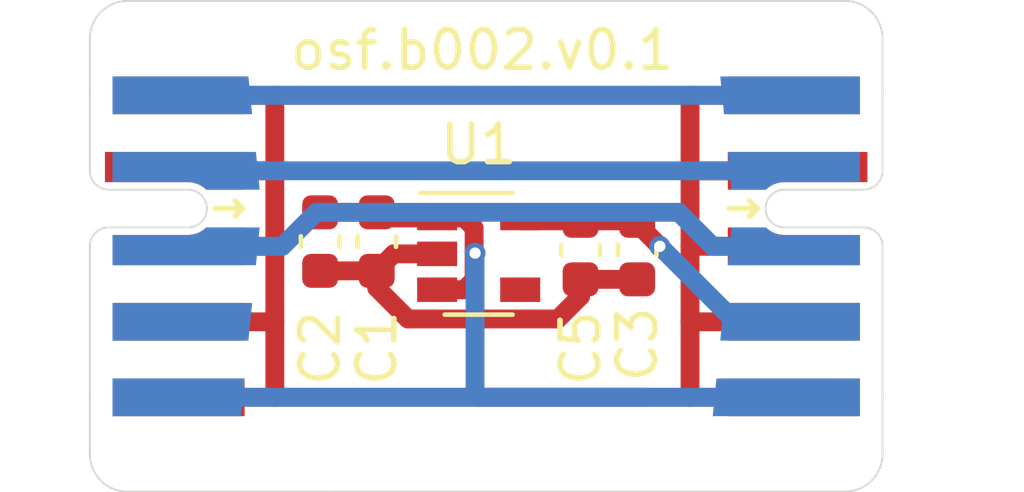
<source format=kicad_pcb>
(kicad_pcb (version 20171130) (host pcbnew "(5.1.10)-1")

  (general
    (thickness 1.6)
    (drawings 13)
    (tracks 60)
    (zones 0)
    (modules 7)
    (nets 8)
  )

  (page A4)
  (layers
    (0 F.Cu signal)
    (1 In1.Cu signal)
    (2 In2.Cu signal)
    (31 B.Cu signal)
    (32 B.Adhes user)
    (33 F.Adhes user)
    (34 B.Paste user)
    (35 F.Paste user)
    (36 B.SilkS user)
    (37 F.SilkS user)
    (38 B.Mask user)
    (39 F.Mask user)
    (40 Dwgs.User user)
    (41 Cmts.User user)
    (42 Eco1.User user)
    (43 Eco2.User user)
    (44 Edge.Cuts user)
    (45 Margin user)
    (46 B.CrtYd user)
    (47 F.CrtYd user)
    (48 B.Fab user)
    (49 F.Fab user)
  )

  (setup
    (last_trace_width 0.5)
    (user_trace_width 0.2)
    (user_trace_width 0.3)
    (user_trace_width 0.4)
    (user_trace_width 0.5)
    (user_trace_width 1)
    (user_trace_width 2)
    (user_trace_width 4)
    (user_trace_width 5)
    (user_trace_width 6)
    (user_trace_width 7)
    (trace_clearance 0.2)
    (zone_clearance 0.25)
    (zone_45_only no)
    (trace_min 0.15)
    (via_size 0.55)
    (via_drill 0.3)
    (via_min_size 0.45)
    (via_min_drill 0.2)
    (uvia_size 0.3)
    (uvia_drill 0.1)
    (uvias_allowed no)
    (uvia_min_size 0.2)
    (uvia_min_drill 0.1)
    (edge_width 0.05)
    (segment_width 0.2)
    (pcb_text_width 0.3)
    (pcb_text_size 1.5 1.5)
    (mod_edge_width 0.12)
    (mod_text_size 1 1)
    (mod_text_width 0.15)
    (pad_size 1.524 1.524)
    (pad_drill 0.762)
    (pad_to_mask_clearance 0.04)
    (solder_mask_min_width 0.1)
    (aux_axis_origin 0 0)
    (visible_elements 7FFFFFFF)
    (pcbplotparams
      (layerselection 0x010fc_ffffffff)
      (usegerberextensions false)
      (usegerberattributes false)
      (usegerberadvancedattributes false)
      (creategerberjobfile false)
      (excludeedgelayer true)
      (linewidth 0.100000)
      (plotframeref false)
      (viasonmask false)
      (mode 1)
      (useauxorigin false)
      (hpglpennumber 1)
      (hpglpenspeed 20)
      (hpglpendiameter 15.000000)
      (psnegative false)
      (psa4output false)
      (plotreference true)
      (plotvalue true)
      (plotinvisibletext false)
      (padsonsilk false)
      (subtractmaskfromsilk true)
      (outputformat 1)
      (mirror false)
      (drillshape 0)
      (scaleselection 1)
      (outputdirectory "gerber"))
  )

  (net 0 "")
  (net 1 "Net-(J1-Pad1)")
  (net 2 "Net-(J1-Pad6)")
  (net 3 "Net-(J1-Pad8)")
  (net 4 "Net-(J1-Pad7)")
  (net 5 "Net-(C3-Pad1)")
  (net 6 "Net-(C1-Pad1)")
  (net 7 GND)

  (net_class Default "This is the default net class."
    (clearance 0.2)
    (trace_width 0.2)
    (via_dia 0.55)
    (via_drill 0.3)
    (uvia_dia 0.3)
    (uvia_drill 0.1)
    (add_net GND)
    (add_net "Net-(C1-Pad1)")
    (add_net "Net-(C3-Pad1)")
    (add_net "Net-(J1-Pad1)")
    (add_net "Net-(J1-Pad6)")
    (add_net "Net-(J1-Pad7)")
    (add_net "Net-(J1-Pad8)")
    (add_net "Net-(J1-Pad9)")
    (add_net "Net-(U1-Pad4)")
  )

  (module on_edge:on_edge_2x05_host (layer F.Cu) (tedit 607DF692) (tstamp 60BC1CBA)
    (at 51 153.5 270)
    (path /60BC21C1)
    (attr virtual)
    (fp_text reference J2 (at 0.05 -3.2 180 unlocked) (layer F.Fab)
      (effects (font (size 0.5 0.5) (thickness 0.125)))
    )
    (fp_text value 003_power (at -1.2 -2 90) (layer F.Fab)
      (effects (font (size 1 1) (thickness 0.15)))
    )
    (fp_arc (start 0 0.5) (end 0 0) (angle -90) (layer Edge.Cuts) (width 0.05))
    (fp_arc (start -2 0.5) (end -1.5 0.5) (angle -90) (layer Edge.Cuts) (width 0.05))
    (fp_arc (start -1 2.6) (end -1.5 2.6) (angle -180) (layer Edge.Cuts) (width 0.05))
    (fp_line (start 5 -0.5) (end 5 5) (layer B.CrtYd) (width 0.05))
    (fp_line (start -5 -0.5) (end 5 -0.5) (layer B.CrtYd) (width 0.05))
    (fp_line (start -5 5) (end -5 -0.5) (layer B.CrtYd) (width 0.05))
    (fp_line (start 5 5) (end -5 5) (layer B.CrtYd) (width 0.05))
    (fp_line (start -5 -0.5) (end -5 5) (layer F.CrtYd) (width 0.05))
    (fp_line (start 5 -0.5) (end -5 -0.5) (layer F.CrtYd) (width 0.05))
    (fp_line (start 5 5) (end 5 -0.5) (layer F.CrtYd) (width 0.05))
    (fp_line (start -5 5) (end 5 5) (layer F.CrtYd) (width 0.05))
    (fp_line (start 0 0) (end 4 0) (layer Edge.Cuts) (width 0.05))
    (fp_line (start -4 0) (end -2 0) (layer Edge.Cuts) (width 0.05))
    (fp_line (start -0.5 2.6) (end -0.5 0.5) (layer Edge.Cuts) (width 0.05))
    (fp_line (start -1.5 0.5) (end -1.5 2.6) (layer Edge.Cuts) (width 0.05))
    (fp_line (start -1 3.323) (end -1.2 3.523) (layer F.SilkS) (width 0.153))
    (fp_line (start -0.8 3.523) (end -1 3.323) (layer F.SilkS) (width 0.153))
    (fp_line (start -1 4.05) (end -1 3.323) (layer F.SilkS) (width 0.153))
    (pad 2 smd custom (at -2 3.6 270) (size 1 1) (layers F.Cu F.Mask)
      (net 1 "Net-(J1-Pad1)") (zone_connect 0)
      (options (clearance outline) (anchor rect))
      (primitives
        (gr_poly (pts
           (xy 0.3 -0.99) (xy 0.31 -0.88) (xy 0.33 -0.8) (xy 0.35 -0.74) (xy 0.37 -0.69)
           (xy 0.4 -0.64) (xy 0.44 -0.58) (xy 0.48 -0.53) (xy 0.5 -0.51) (xy 0.5 0.5)
           (xy -0.5 0.5) (xy -0.5 -3.2) (xy 0.3 -3.2)) (width 0))
      ))
    (pad 3 smd custom (at 0 3.6 270) (size 1 1) (layers F.Cu F.Mask)
      (net 1 "Net-(J1-Pad1)") (zone_connect 0)
      (options (clearance outline) (anchor rect))
      (primitives
        (gr_poly (pts
           (xy -0.3 -0.99) (xy -0.31 -0.88) (xy -0.33 -0.8) (xy -0.35 -0.74) (xy -0.37 -0.69)
           (xy -0.4 -0.64) (xy -0.44 -0.58) (xy -0.48 -0.53) (xy -0.5 -0.51) (xy -0.5 0.5)
           (xy 0.5 0.5) (xy 0.5 -3) (xy -0.3 -3)) (width 0))
      ))
    (pad 8 smd custom (at 0 2.1 90) (size 0.4 0.4) (layers B.Cu B.Mask)
      (net 3 "Net-(J1-Pad8)") (zone_connect 0)
      (options (clearance outline) (anchor rect))
      (primitives
        (gr_poly (pts
           (xy 0.3 -0.51) (xy 0.31 -0.62) (xy 0.33 -0.7) (xy 0.35 -0.76) (xy 0.37 -0.81)
           (xy 0.4 -0.86) (xy 0.44 -0.92) (xy 0.48 -0.97) (xy 0.5 -0.99) (xy 0.5 -1.9)
           (xy -0.5 -2) (xy -0.5 1.5) (xy 0.3 1.5)) (width 0))
      ))
    (pad 7 smd custom (at -2 2.1 90) (size 0.4 0.4) (layers B.Cu B.Mask)
      (net 4 "Net-(J1-Pad7)") (zone_connect 0)
      (options (clearance outline) (anchor rect))
      (primitives
        (gr_poly (pts
           (xy -0.3 -0.51) (xy -0.31 -0.62) (xy -0.33 -0.7) (xy -0.35 -0.76) (xy -0.37 -0.81)
           (xy -0.4 -0.86) (xy -0.44 -0.92) (xy -0.48 -0.97) (xy -0.5 -0.99) (xy -0.5 -1.9)
           (xy 0.5 -2) (xy 0.5 1.5) (xy -0.3 1.5)) (width 0))
      ))
    (pad 4 smd rect (at 2 2.35 270) (size 1 3.5) (layers F.Cu F.Mask)
      (net 1 "Net-(J1-Pad1)") (zone_connect 0))
    (pad 10 smd custom (at 4 2.5 90) (size 1 3.8) (layers B.Cu B.Mask)
      (net 6 "Net-(C1-Pad1)") (zone_connect 0)
      (options (clearance outline) (anchor rect))
      (primitives
        (gr_poly (pts
           (xy 0.5 -1.9) (xy -0.5 -2) (xy -0.5 -1.9)) (width 0))
      ))
    (pad 9 smd custom (at 2 2.4 90) (size 1 3.6) (layers B.Cu B.Mask)
      (net 5 "Net-(C3-Pad1)") (zone_connect 0)
      (options (clearance outline) (anchor rect))
      (primitives
        (gr_poly (pts
           (xy 0.5 -1.8) (xy -0.5 -1.9) (xy -0.5 -1.8)) (width 0))
      ))
    (pad 6 smd custom (at -4 2.4 90) (size 1 3.6) (layers B.Cu B.Mask)
      (net 2 "Net-(J1-Pad6)") (zone_connect 0)
      (options (clearance outline) (anchor rect))
      (primitives
        (gr_poly (pts
           (xy 0.5 -1.8) (xy 0.5 -1.9) (xy -0.5 -1.8)) (width 0))
      ))
    (pad 5 smd rect (at 4 2.35 270) (size 1 3.5) (layers F.Cu F.Mask)
      (net 1 "Net-(J1-Pad1)") (zone_connect 0))
    (pad 1 smd rect (at -4 2.35 270) (size 1 3.5) (layers F.Cu F.Mask)
      (net 1 "Net-(J1-Pad1)") (zone_connect 0))
  )

  (module on_edge:on_edge_2x05_device (layer F.Cu) (tedit 607DF540) (tstamp 60BC1C9A)
    (at 30 153.5 270)
    (path /60BC2B51)
    (attr virtual)
    (fp_text reference J1 (at 0 1.2 270 unlocked) (layer F.Fab)
      (effects (font (size 0.5 0.5) (thickness 0.05)))
    )
    (fp_text value 003_power (at 0 2 270 unlocked) (layer F.Fab)
      (effects (font (size 0.5 0.5) (thickness 0.05)))
    )
    (fp_arc (start -2 -0.5) (end -2 0) (angle -90) (layer Edge.Cuts) (width 0.05))
    (fp_arc (start 0 -0.5) (end -0.5 -0.5) (angle -90) (layer Edge.Cuts) (width 0.05))
    (fp_arc (start -1 -2.6) (end -0.5 -2.6) (angle -180) (layer Edge.Cuts) (width 0.05))
    (fp_line (start -1.5 -2.6) (end -1.5 -0.5) (layer Edge.Cuts) (width 0.05))
    (fp_line (start -0.5 -0.5) (end -0.5 -2.6) (layer Edge.Cuts) (width 0.05))
    (fp_line (start -1.2 -3.85) (end -1 -4.05) (layer F.SilkS) (width 0.153))
    (fp_line (start -1 -4.05) (end -0.8 -3.85) (layer F.SilkS) (width 0.153))
    (fp_line (start -1 -4.05) (end -1 -3.323) (layer F.SilkS) (width 0.153))
    (fp_line (start -4 0) (end -2 0) (layer Edge.Cuts) (width 0.05))
    (fp_line (start 0 0) (end 4 0) (layer Edge.Cuts) (width 0.05))
    (fp_line (start -5 -5) (end 5 -5) (layer F.CrtYd) (width 0.05))
    (fp_line (start 5 -5) (end 5 0.5) (layer F.CrtYd) (width 0.05))
    (fp_line (start 5 0.5) (end -5 0.5) (layer F.CrtYd) (width 0.05))
    (fp_line (start -5 0.5) (end -5 -5) (layer F.CrtYd) (width 0.05))
    (fp_line (start 5 -5) (end -5 -5) (layer B.CrtYd) (width 0.05))
    (fp_line (start -5 -5) (end -5 0.5) (layer B.CrtYd) (width 0.05))
    (fp_line (start -5 0.5) (end 5 0.5) (layer B.CrtYd) (width 0.05))
    (fp_line (start 5 0.5) (end 5 -5) (layer B.CrtYd) (width 0.05))
    (pad 2 smd custom (at -2 -3.6 270) (size 1 1) (layers F.Cu F.Mask)
      (net 1 "Net-(J1-Pad1)") (zone_connect 0)
      (options (clearance outline) (anchor rect))
      (primitives
        (gr_poly (pts
           (xy 0.3 1) (xy 0.31 0.89) (xy 0.33 0.81) (xy 0.35 0.75) (xy 0.37 0.7)
           (xy 0.4 0.65) (xy 0.44 0.59) (xy 0.48 0.54) (xy 0.5 0.52) (xy 0.5 -0.5)
           (xy -0.5 -0.5) (xy -0.5 3.2) (xy 0.3 3.2)) (width 0))
      ))
    (pad 3 smd custom (at 0 -3.6 270) (size 1 1) (layers F.Cu F.Mask)
      (net 1 "Net-(J1-Pad1)") (zone_connect 0)
      (options (clearance outline) (anchor rect))
      (primitives
        (gr_poly (pts
           (xy -0.3 1) (xy -0.31 0.89) (xy -0.33 0.81) (xy -0.35 0.75) (xy -0.37 0.7)
           (xy -0.4 0.65) (xy -0.44 0.59) (xy -0.48 0.54) (xy -0.5 0.52) (xy -0.5 -0.5)
           (xy 0.5 -0.5) (xy 0.5 3) (xy -0.3 3)) (width 0))
      ))
    (pad 8 smd custom (at 0 -2.1 270) (size 0.4 0.4) (layers B.Cu B.Mask)
      (net 3 "Net-(J1-Pad8)") (zone_connect 0)
      (options (clearance outline) (anchor rect))
      (primitives
        (gr_poly (pts
           (xy -0.3 -0.51) (xy -0.31 -0.62) (xy -0.33 -0.7) (xy -0.35 -0.76) (xy -0.37 -0.81)
           (xy -0.4 -0.86) (xy -0.44 -0.92) (xy -0.48 -0.97) (xy -0.5 -0.99) (xy -0.5 -2.4)
           (xy 0.5 -2.3) (xy 0.5 1.5) (xy -0.3 1.5)) (width 0))
      ))
    (pad 7 smd custom (at -2 -2.1 270) (size 0.4 0.4) (layers B.Cu B.Mask)
      (net 4 "Net-(J1-Pad7)") (zone_connect 0)
      (options (clearance outline) (anchor rect))
      (primitives
        (gr_poly (pts
           (xy 0.3 -0.51) (xy 0.31 -0.62) (xy 0.33 -0.7) (xy 0.35 -0.76) (xy 0.37 -0.81)
           (xy 0.4 -0.86) (xy 0.44 -0.92) (xy 0.48 -0.97) (xy 0.5 -0.99) (xy 0.5 -2.4)
           (xy -0.5 -2.3) (xy -0.5 1.5) (xy 0.3 1.5)) (width 0))
      ))
    (pad 10 smd custom (at 4 -2.3 270) (size 1 3.4) (layers B.Cu B.Mask)
      (net 6 "Net-(C1-Pad1)") (zone_connect 0)
      (options (clearance outline) (anchor rect))
      (primitives
        (gr_poly (pts
           (xy -0.5 -1.7) (xy -0.5 -1.8) (xy 0.5 -1.7)) (width 0))
      ))
    (pad 9 smd custom (at 2 -2.4 270) (size 1 3.6) (layers B.Cu B.Mask)
      (zone_connect 0)
      (options (clearance outline) (anchor rect))
      (primitives
        (gr_poly (pts
           (xy -0.5 -1.8) (xy -0.5 -1.9) (xy 0.5 -1.8)) (width 0))
      ))
    (pad 6 smd custom (at -4 -2.4 270) (size 1 3.6) (layers B.Cu B.Mask)
      (net 2 "Net-(J1-Pad6)") (zone_connect 0)
      (options (clearance outline) (anchor rect))
      (primitives
        (gr_poly (pts
           (xy 0.5 -1.8) (xy 0.5 -1.9) (xy -0.5 -1.8)) (width 0))
      ))
    (pad 5 smd rect (at 4 -2.35 90) (size 1 3.5) (layers F.Cu F.Mask)
      (net 1 "Net-(J1-Pad1)") (zone_connect 0))
    (pad 1 smd rect (at -4 -2.35 90) (size 1 3.5) (layers F.Cu F.Mask)
      (net 1 "Net-(J1-Pad1)") (zone_connect 0))
    (pad 4 smd rect (at 2 -2.35 90) (size 1 3.5) (layers F.Cu F.Mask)
      (net 1 "Net-(J1-Pad1)") (zone_connect 0))
  )

  (module Capacitor_SMD:C_0603_1608Metric (layer F.Cu) (tedit 5F68FEEE) (tstamp 60BC1C7A)
    (at 43 153.6 270)
    (descr "Capacitor SMD 0603 (1608 Metric), square (rectangular) end terminal, IPC_7351 nominal, (Body size source: IPC-SM-782 page 76, https://www.pcb-3d.com/wordpress/wp-content/uploads/ipc-sm-782a_amendment_1_and_2.pdf), generated with kicad-footprint-generator")
    (tags capacitor)
    (path /60BCD992)
    (attr smd)
    (fp_text reference C5 (at 2.6 0 90) (layer F.SilkS)
      (effects (font (size 1 1) (thickness 0.15)))
    )
    (fp_text value 1uF (at 0 1.43 90) (layer F.Fab)
      (effects (font (size 1 1) (thickness 0.15)))
    )
    (fp_text user %R (at 0 0 90) (layer F.Fab)
      (effects (font (size 0.4 0.4) (thickness 0.06)))
    )
    (fp_line (start -0.8 0.4) (end -0.8 -0.4) (layer F.Fab) (width 0.1))
    (fp_line (start -0.8 -0.4) (end 0.8 -0.4) (layer F.Fab) (width 0.1))
    (fp_line (start 0.8 -0.4) (end 0.8 0.4) (layer F.Fab) (width 0.1))
    (fp_line (start 0.8 0.4) (end -0.8 0.4) (layer F.Fab) (width 0.1))
    (fp_line (start -0.14058 -0.51) (end 0.14058 -0.51) (layer F.SilkS) (width 0.12))
    (fp_line (start -0.14058 0.51) (end 0.14058 0.51) (layer F.SilkS) (width 0.12))
    (fp_line (start -1.48 0.73) (end -1.48 -0.73) (layer F.CrtYd) (width 0.05))
    (fp_line (start -1.48 -0.73) (end 1.48 -0.73) (layer F.CrtYd) (width 0.05))
    (fp_line (start 1.48 -0.73) (end 1.48 0.73) (layer F.CrtYd) (width 0.05))
    (fp_line (start 1.48 0.73) (end -1.48 0.73) (layer F.CrtYd) (width 0.05))
    (pad 2 smd roundrect (at 0.775 0 270) (size 0.9 0.95) (layers F.Cu F.Paste F.Mask) (roundrect_rratio 0.25)
      (net 7 GND))
    (pad 1 smd roundrect (at -0.775 0 270) (size 0.9 0.95) (layers F.Cu F.Paste F.Mask) (roundrect_rratio 0.25)
      (net 5 "Net-(C3-Pad1)"))
    (model ${KISYS3DMOD}/Capacitor_SMD.3dshapes/C_0603_1608Metric.wrl
      (at (xyz 0 0 0))
      (scale (xyz 1 1 1))
      (rotate (xyz 0 0 0))
    )
  )

  (module Capacitor_SMD:C_0603_1608Metric (layer F.Cu) (tedit 5F68FEEE) (tstamp 60BC1C58)
    (at 44.5 153.6 270)
    (descr "Capacitor SMD 0603 (1608 Metric), square (rectangular) end terminal, IPC_7351 nominal, (Body size source: IPC-SM-782 page 76, https://www.pcb-3d.com/wordpress/wp-content/uploads/ipc-sm-782a_amendment_1_and_2.pdf), generated with kicad-footprint-generator")
    (tags capacitor)
    (path /60BC7E7F)
    (attr smd)
    (fp_text reference C3 (at 2.5 0 90) (layer F.SilkS)
      (effects (font (size 1 1) (thickness 0.15)))
    )
    (fp_text value 10uF (at 0 1.43 90) (layer F.Fab)
      (effects (font (size 1 1) (thickness 0.15)))
    )
    (fp_text user %R (at 0 0 90) (layer F.Fab)
      (effects (font (size 0.4 0.4) (thickness 0.06)))
    )
    (fp_line (start -0.8 0.4) (end -0.8 -0.4) (layer F.Fab) (width 0.1))
    (fp_line (start -0.8 -0.4) (end 0.8 -0.4) (layer F.Fab) (width 0.1))
    (fp_line (start 0.8 -0.4) (end 0.8 0.4) (layer F.Fab) (width 0.1))
    (fp_line (start 0.8 0.4) (end -0.8 0.4) (layer F.Fab) (width 0.1))
    (fp_line (start -0.14058 -0.51) (end 0.14058 -0.51) (layer F.SilkS) (width 0.12))
    (fp_line (start -0.14058 0.51) (end 0.14058 0.51) (layer F.SilkS) (width 0.12))
    (fp_line (start -1.48 0.73) (end -1.48 -0.73) (layer F.CrtYd) (width 0.05))
    (fp_line (start -1.48 -0.73) (end 1.48 -0.73) (layer F.CrtYd) (width 0.05))
    (fp_line (start 1.48 -0.73) (end 1.48 0.73) (layer F.CrtYd) (width 0.05))
    (fp_line (start 1.48 0.73) (end -1.48 0.73) (layer F.CrtYd) (width 0.05))
    (pad 2 smd roundrect (at 0.775 0 270) (size 0.9 0.95) (layers F.Cu F.Paste F.Mask) (roundrect_rratio 0.25)
      (net 7 GND))
    (pad 1 smd roundrect (at -0.775 0 270) (size 0.9 0.95) (layers F.Cu F.Paste F.Mask) (roundrect_rratio 0.25)
      (net 5 "Net-(C3-Pad1)"))
    (model ${KISYS3DMOD}/Capacitor_SMD.3dshapes/C_0603_1608Metric.wrl
      (at (xyz 0 0 0))
      (scale (xyz 1 1 1))
      (rotate (xyz 0 0 0))
    )
  )

  (module Capacitor_SMD:C_0603_1608Metric (layer F.Cu) (tedit 5F68FEEE) (tstamp 60BC1C47)
    (at 36.1 153.375 270)
    (descr "Capacitor SMD 0603 (1608 Metric), square (rectangular) end terminal, IPC_7351 nominal, (Body size source: IPC-SM-782 page 76, https://www.pcb-3d.com/wordpress/wp-content/uploads/ipc-sm-782a_amendment_1_and_2.pdf), generated with kicad-footprint-generator")
    (tags capacitor)
    (path /60BC7848)
    (attr smd)
    (fp_text reference C2 (at 2.825 0 90) (layer F.SilkS)
      (effects (font (size 1 1) (thickness 0.15)))
    )
    (fp_text value 1uF (at 0 1.43 90) (layer F.Fab)
      (effects (font (size 1 1) (thickness 0.15)))
    )
    (fp_text user %R (at 0 0 90) (layer F.Fab)
      (effects (font (size 0.4 0.4) (thickness 0.06)))
    )
    (fp_line (start -0.8 0.4) (end -0.8 -0.4) (layer F.Fab) (width 0.1))
    (fp_line (start -0.8 -0.4) (end 0.8 -0.4) (layer F.Fab) (width 0.1))
    (fp_line (start 0.8 -0.4) (end 0.8 0.4) (layer F.Fab) (width 0.1))
    (fp_line (start 0.8 0.4) (end -0.8 0.4) (layer F.Fab) (width 0.1))
    (fp_line (start -0.14058 -0.51) (end 0.14058 -0.51) (layer F.SilkS) (width 0.12))
    (fp_line (start -0.14058 0.51) (end 0.14058 0.51) (layer F.SilkS) (width 0.12))
    (fp_line (start -1.48 0.73) (end -1.48 -0.73) (layer F.CrtYd) (width 0.05))
    (fp_line (start -1.48 -0.73) (end 1.48 -0.73) (layer F.CrtYd) (width 0.05))
    (fp_line (start 1.48 -0.73) (end 1.48 0.73) (layer F.CrtYd) (width 0.05))
    (fp_line (start 1.48 0.73) (end -1.48 0.73) (layer F.CrtYd) (width 0.05))
    (pad 2 smd roundrect (at 0.775 0 270) (size 0.9 0.95) (layers F.Cu F.Paste F.Mask) (roundrect_rratio 0.25)
      (net 7 GND))
    (pad 1 smd roundrect (at -0.775 0 270) (size 0.9 0.95) (layers F.Cu F.Paste F.Mask) (roundrect_rratio 0.25)
      (net 6 "Net-(C1-Pad1)"))
    (model ${KISYS3DMOD}/Capacitor_SMD.3dshapes/C_0603_1608Metric.wrl
      (at (xyz 0 0 0))
      (scale (xyz 1 1 1))
      (rotate (xyz 0 0 0))
    )
  )

  (module Capacitor_SMD:C_0603_1608Metric (layer F.Cu) (tedit 5F68FEEE) (tstamp 60BC1C36)
    (at 37.6 153.375 270)
    (descr "Capacitor SMD 0603 (1608 Metric), square (rectangular) end terminal, IPC_7351 nominal, (Body size source: IPC-SM-782 page 76, https://www.pcb-3d.com/wordpress/wp-content/uploads/ipc-sm-782a_amendment_1_and_2.pdf), generated with kicad-footprint-generator")
    (tags capacitor)
    (path /60BCBACC)
    (attr smd)
    (fp_text reference C1 (at 2.825 0 90) (layer F.SilkS)
      (effects (font (size 1 1) (thickness 0.15)))
    )
    (fp_text value 100nF (at 0 1.43 90) (layer F.Fab)
      (effects (font (size 1 1) (thickness 0.15)))
    )
    (fp_text user %R (at 0 0 90) (layer F.Fab)
      (effects (font (size 0.4 0.4) (thickness 0.06)))
    )
    (fp_line (start -0.8 0.4) (end -0.8 -0.4) (layer F.Fab) (width 0.1))
    (fp_line (start -0.8 -0.4) (end 0.8 -0.4) (layer F.Fab) (width 0.1))
    (fp_line (start 0.8 -0.4) (end 0.8 0.4) (layer F.Fab) (width 0.1))
    (fp_line (start 0.8 0.4) (end -0.8 0.4) (layer F.Fab) (width 0.1))
    (fp_line (start -0.14058 -0.51) (end 0.14058 -0.51) (layer F.SilkS) (width 0.12))
    (fp_line (start -0.14058 0.51) (end 0.14058 0.51) (layer F.SilkS) (width 0.12))
    (fp_line (start -1.48 0.73) (end -1.48 -0.73) (layer F.CrtYd) (width 0.05))
    (fp_line (start -1.48 -0.73) (end 1.48 -0.73) (layer F.CrtYd) (width 0.05))
    (fp_line (start 1.48 -0.73) (end 1.48 0.73) (layer F.CrtYd) (width 0.05))
    (fp_line (start 1.48 0.73) (end -1.48 0.73) (layer F.CrtYd) (width 0.05))
    (pad 2 smd roundrect (at 0.775 0 270) (size 0.9 0.95) (layers F.Cu F.Paste F.Mask) (roundrect_rratio 0.25)
      (net 7 GND))
    (pad 1 smd roundrect (at -0.775 0 270) (size 0.9 0.95) (layers F.Cu F.Paste F.Mask) (roundrect_rratio 0.25)
      (net 6 "Net-(C1-Pad1)"))
    (model ${KISYS3DMOD}/Capacitor_SMD.3dshapes/C_0603_1608Metric.wrl
      (at (xyz 0 0 0))
      (scale (xyz 1 1 1))
      (rotate (xyz 0 0 0))
    )
  )

  (module Package_TO_SOT_SMD:SOT-23-5 (layer F.Cu) (tedit 5A02FF57) (tstamp 60BC19D9)
    (at 40.3 153.7)
    (descr "5-pin SOT23 package")
    (tags SOT-23-5)
    (path /60BC600F)
    (attr smd)
    (fp_text reference U1 (at 0 -2.9) (layer F.SilkS)
      (effects (font (size 1 1) (thickness 0.15)))
    )
    (fp_text value TC1017-xCT (at 0 2.9) (layer F.Fab)
      (effects (font (size 1 1) (thickness 0.15)))
    )
    (fp_text user %R (at 0 0 90) (layer F.Fab)
      (effects (font (size 0.5 0.5) (thickness 0.075)))
    )
    (fp_line (start -0.9 1.61) (end 0.9 1.61) (layer F.SilkS) (width 0.12))
    (fp_line (start 0.9 -1.61) (end -1.55 -1.61) (layer F.SilkS) (width 0.12))
    (fp_line (start -1.9 -1.8) (end 1.9 -1.8) (layer F.CrtYd) (width 0.05))
    (fp_line (start 1.9 -1.8) (end 1.9 1.8) (layer F.CrtYd) (width 0.05))
    (fp_line (start 1.9 1.8) (end -1.9 1.8) (layer F.CrtYd) (width 0.05))
    (fp_line (start -1.9 1.8) (end -1.9 -1.8) (layer F.CrtYd) (width 0.05))
    (fp_line (start -0.9 -0.9) (end -0.25 -1.55) (layer F.Fab) (width 0.1))
    (fp_line (start 0.9 -1.55) (end -0.25 -1.55) (layer F.Fab) (width 0.1))
    (fp_line (start -0.9 -0.9) (end -0.9 1.55) (layer F.Fab) (width 0.1))
    (fp_line (start 0.9 1.55) (end -0.9 1.55) (layer F.Fab) (width 0.1))
    (fp_line (start 0.9 -1.55) (end 0.9 1.55) (layer F.Fab) (width 0.1))
    (pad 5 smd rect (at 1.1 -0.95) (size 1.06 0.65) (layers F.Cu F.Paste F.Mask)
      (net 5 "Net-(C3-Pad1)"))
    (pad 4 smd rect (at 1.1 0.95) (size 1.06 0.65) (layers F.Cu F.Paste F.Mask))
    (pad 3 smd rect (at -1.1 0.95) (size 1.06 0.65) (layers F.Cu F.Paste F.Mask)
      (net 6 "Net-(C1-Pad1)"))
    (pad 2 smd rect (at -1.1 0) (size 1.06 0.65) (layers F.Cu F.Paste F.Mask)
      (net 7 GND))
    (pad 1 smd rect (at -1.1 -0.95) (size 1.06 0.65) (layers F.Cu F.Paste F.Mask)
      (net 6 "Net-(C1-Pad1)"))
    (model ${KISYS3DMOD}/Package_TO_SOT_SMD.3dshapes/SOT-23-5.wrl
      (at (xyz 0 0 0))
      (scale (xyz 1 1 1))
      (rotate (xyz 0 0 0))
    )
  )

  (gr_text osf.b002.v0.1 (at 40.4 148.3) (layer F.SilkS)
    (effects (font (size 1 1) (thickness 0.15)))
  )
  (gr_line (start 30 149.5) (end 30 148) (layer Edge.Cuts) (width 0.05) (tstamp 6022B630))
  (gr_line (start 50 160) (end 36.5 160) (layer Edge.Cuts) (width 0.05))
  (gr_line (start 51 159) (end 51 157.5) (layer Edge.Cuts) (width 0.05))
  (gr_line (start 36.5 147) (end 50 147) (layer Edge.Cuts) (width 0.05) (tstamp 6022B625))
  (gr_line (start 36.5 147) (end 31 147) (layer Edge.Cuts) (width 0.05) (tstamp 60229084))
  (gr_arc (start 31 148) (end 31 147) (angle -90) (layer Edge.Cuts) (width 0.05) (tstamp 60229081))
  (gr_line (start 30 157.5) (end 30 159) (layer Edge.Cuts) (width 0.05) (tstamp 60229080))
  (gr_arc (start 50 159) (end 50 160) (angle -90) (layer Edge.Cuts) (width 0.05) (tstamp 6022907F))
  (gr_arc (start 50 148) (end 51 148) (angle -90) (layer Edge.Cuts) (width 0.05) (tstamp 6022907C))
  (gr_arc (start 31 159) (end 30 159) (angle -90) (layer Edge.Cuts) (width 0.05) (tstamp 6022907B))
  (gr_line (start 51 149.5) (end 51 148) (layer Edge.Cuts) (width 0.05) (tstamp 60229076))
  (gr_line (start 31 160) (end 36.5 160) (layer Edge.Cuts) (width 0.05) (tstamp 60229075))

  (segment (start 32.35 157.5) (end 34.9 157.5) (width 0.5) (layer F.Cu) (net 1))
  (segment (start 32.35 149.5) (end 34.9 149.5) (width 0.5) (layer F.Cu) (net 1))
  (segment (start 45.9 149.5) (end 48.65 149.5) (width 0.5) (layer F.Cu) (net 1))
  (segment (start 34.9 149.5) (end 45.9 149.5) (width 0.5) (layer F.Cu) (net 1))
  (segment (start 34.9 157.5) (end 45.9 157.5) (width 0.5) (layer F.Cu) (net 1))
  (segment (start 45.9 157.5) (end 48.65 157.5) (width 0.5) (layer F.Cu) (net 1))
  (segment (start 48.65 155.5) (end 45.9 155.5) (width 0.5) (layer F.Cu) (net 1))
  (segment (start 45.9 157.5) (end 45.9 155.5) (width 0.5) (layer F.Cu) (net 1))
  (segment (start 47.4 153.5) (end 45.9 153.5) (width 0.5) (layer F.Cu) (net 1))
  (segment (start 45.9 155.5) (end 45.9 153.5) (width 0.5) (layer F.Cu) (net 1))
  (segment (start 47.4 151.5) (end 45.9 151.5) (width 0.5) (layer F.Cu) (net 1))
  (segment (start 45.9 151.5) (end 45.9 149.5) (width 0.5) (layer F.Cu) (net 1))
  (segment (start 45.9 153.5) (end 45.9 151.5) (width 0.5) (layer F.Cu) (net 1))
  (segment (start 34.8 151.5) (end 34.9 151.4) (width 0.5) (layer F.Cu) (net 1))
  (segment (start 33.6 151.5) (end 34.8 151.5) (width 0.5) (layer F.Cu) (net 1))
  (segment (start 34.9 149.5) (end 34.9 151.4) (width 0.5) (layer F.Cu) (net 1))
  (segment (start 34.8 153.5) (end 34.9 153.6) (width 0.5) (layer F.Cu) (net 1))
  (segment (start 33.6 153.5) (end 34.8 153.5) (width 0.5) (layer F.Cu) (net 1))
  (segment (start 34.9 151.4) (end 34.9 153.6) (width 0.5) (layer F.Cu) (net 1))
  (segment (start 32.35 155.5) (end 34.9 155.5) (width 0.5) (layer F.Cu) (net 1))
  (segment (start 34.9 155.5) (end 34.9 157.5) (width 0.5) (layer F.Cu) (net 1))
  (segment (start 34.9 153.6) (end 34.9 155.5) (width 0.5) (layer F.Cu) (net 1))
  (segment (start 48.6 149.5) (end 32.4 149.5) (width 0.5) (layer B.Cu) (net 2))
  (segment (start 48.9 153.5) (end 46.5 153.5) (width 0.5) (layer B.Cu) (net 3))
  (segment (start 46.5 153.5) (end 45.6 152.6) (width 0.5) (layer B.Cu) (net 3))
  (segment (start 45.6 152.6) (end 36 152.6) (width 0.5) (layer B.Cu) (net 3))
  (segment (start 35.1 153.5) (end 32.1 153.5) (width 0.5) (layer B.Cu) (net 3))
  (segment (start 36 152.6) (end 35.1 153.5) (width 0.5) (layer B.Cu) (net 3))
  (segment (start 32.1 151.5) (end 48.9 151.5) (width 0.5) (layer B.Cu) (net 4))
  (segment (start 44.5 152.825) (end 43 152.825) (width 0.5) (layer F.Cu) (net 5))
  (segment (start 41.475 152.825) (end 41.4 152.75) (width 0.5) (layer F.Cu) (net 5))
  (segment (start 43 152.825) (end 41.475 152.825) (width 0.5) (layer F.Cu) (net 5))
  (via (at 45.1 153.5) (size 0.55) (drill 0.3) (layers F.Cu B.Cu) (net 5))
  (segment (start 44.5 152.9) (end 45.1 153.5) (width 0.5) (layer F.Cu) (net 5))
  (segment (start 44.5 152.825) (end 44.5 152.9) (width 0.5) (layer F.Cu) (net 5))
  (segment (start 47.1 155.5) (end 48.6 155.5) (width 0.5) (layer B.Cu) (net 5))
  (segment (start 45.1 153.5) (end 47.1 155.5) (width 0.5) (layer B.Cu) (net 5))
  (segment (start 37.75 152.75) (end 37.6 152.6) (width 0.5) (layer F.Cu) (net 6))
  (segment (start 39.2 152.75) (end 37.75 152.75) (width 0.5) (layer F.Cu) (net 6))
  (segment (start 37.6 152.6) (end 36.1 152.6) (width 0.5) (layer F.Cu) (net 6))
  (segment (start 40.180001 154.385001) (end 39.915002 154.65) (width 0.5) (layer F.Cu) (net 6))
  (segment (start 40.180001 153.014999) (end 40.180001 154.385001) (width 0.5) (layer F.Cu) (net 6))
  (segment (start 39.915002 152.75) (end 40.180001 153.014999) (width 0.5) (layer F.Cu) (net 6))
  (segment (start 39.915002 154.65) (end 39.2 154.65) (width 0.5) (layer F.Cu) (net 6))
  (segment (start 39.2 152.75) (end 39.915002 152.75) (width 0.5) (layer F.Cu) (net 6))
  (via (at 40.205002 153.680001) (size 0.55) (drill 0.3) (layers F.Cu B.Cu) (net 6))
  (segment (start 32.3 157.5) (end 44.7 157.5) (width 0.5) (layer B.Cu) (net 6))
  (segment (start 48.5 157.5) (end 44.7 157.5) (width 0.5) (layer B.Cu) (net 6))
  (segment (start 40.205002 157.405002) (end 40.205002 153.680001) (width 0.5) (layer B.Cu) (net 6))
  (segment (start 40.3 157.5) (end 40.205002 157.405002) (width 0.5) (layer B.Cu) (net 6))
  (segment (start 44.7 157.5) (end 40.3 157.5) (width 0.5) (layer B.Cu) (net 6))
  (segment (start 38.05 153.7) (end 37.6 154.15) (width 0.5) (layer F.Cu) (net 7))
  (segment (start 39.2 153.7) (end 38.05 153.7) (width 0.5) (layer F.Cu) (net 7))
  (segment (start 37.6 154.15) (end 36.1 154.15) (width 0.5) (layer F.Cu) (net 7))
  (segment (start 37.6 154.6) (end 37.6 154.15) (width 0.5) (layer F.Cu) (net 7))
  (segment (start 38.425001 155.425001) (end 37.6 154.6) (width 0.5) (layer F.Cu) (net 7))
  (segment (start 42.399999 155.425001) (end 38.425001 155.425001) (width 0.5) (layer F.Cu) (net 7))
  (segment (start 43 154.825) (end 42.399999 155.425001) (width 0.5) (layer F.Cu) (net 7))
  (segment (start 43 154.375) (end 43 154.825) (width 0.5) (layer F.Cu) (net 7))
  (segment (start 43 154.375) (end 44.5 154.375) (width 0.5) (layer F.Cu) (net 7))

)

</source>
